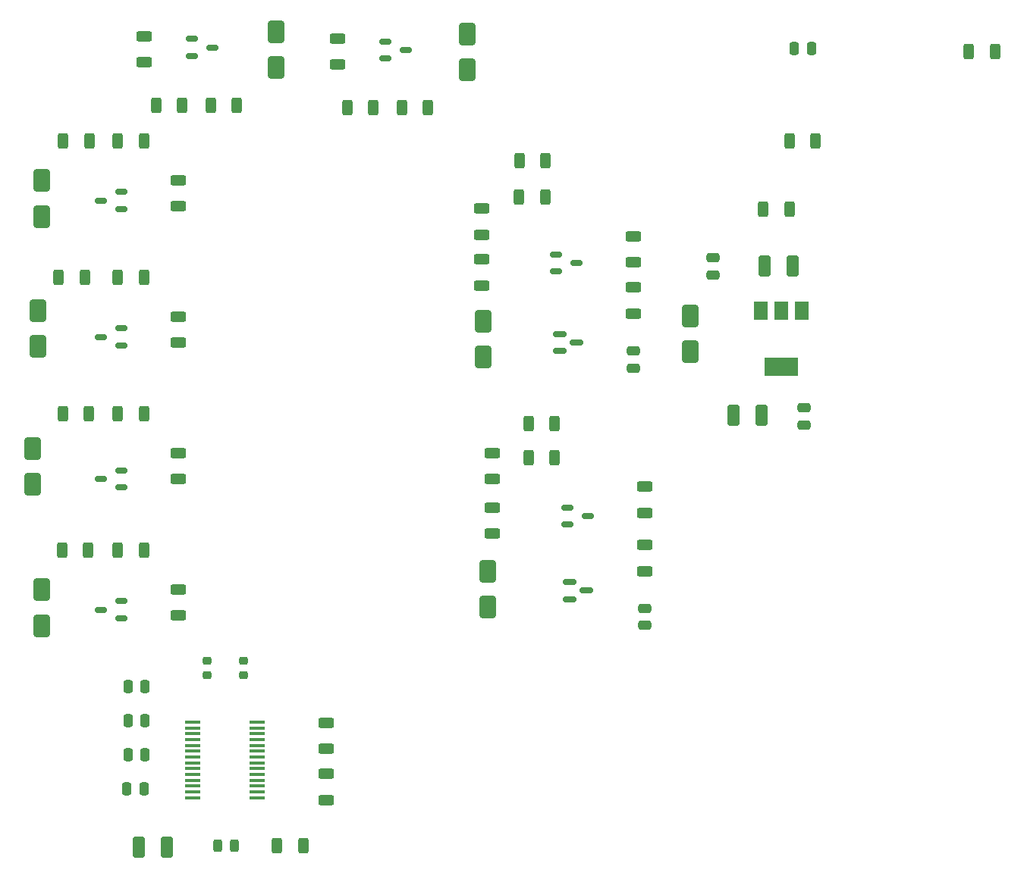
<source format=gtp>
G04 #@! TF.GenerationSoftware,KiCad,Pcbnew,7.0.2*
G04 #@! TF.CreationDate,2023-05-21T20:01:26+03:00*
G04 #@! TF.ProjectId,DewController-V1.0,44657743-6f6e-4747-926f-6c6c65722d56,rev?*
G04 #@! TF.SameCoordinates,Original*
G04 #@! TF.FileFunction,Paste,Top*
G04 #@! TF.FilePolarity,Positive*
%FSLAX46Y46*%
G04 Gerber Fmt 4.6, Leading zero omitted, Abs format (unit mm)*
G04 Created by KiCad (PCBNEW 7.0.2) date 2023-05-21 20:01:26*
%MOMM*%
%LPD*%
G01*
G04 APERTURE LIST*
G04 Aperture macros list*
%AMRoundRect*
0 Rectangle with rounded corners*
0 $1 Rounding radius*
0 $2 $3 $4 $5 $6 $7 $8 $9 X,Y pos of 4 corners*
0 Add a 4 corners polygon primitive as box body*
4,1,4,$2,$3,$4,$5,$6,$7,$8,$9,$2,$3,0*
0 Add four circle primitives for the rounded corners*
1,1,$1+$1,$2,$3*
1,1,$1+$1,$4,$5*
1,1,$1+$1,$6,$7*
1,1,$1+$1,$8,$9*
0 Add four rect primitives between the rounded corners*
20,1,$1+$1,$2,$3,$4,$5,0*
20,1,$1+$1,$4,$5,$6,$7,0*
20,1,$1+$1,$6,$7,$8,$9,0*
20,1,$1+$1,$8,$9,$2,$3,0*%
G04 Aperture macros list end*
%ADD10RoundRect,0.150000X-0.587500X-0.150000X0.587500X-0.150000X0.587500X0.150000X-0.587500X0.150000X0*%
%ADD11RoundRect,0.150000X-0.512500X-0.150000X0.512500X-0.150000X0.512500X0.150000X-0.512500X0.150000X0*%
%ADD12RoundRect,0.150000X0.512500X0.150000X-0.512500X0.150000X-0.512500X-0.150000X0.512500X-0.150000X0*%
%ADD13RoundRect,0.250000X0.625000X-0.312500X0.625000X0.312500X-0.625000X0.312500X-0.625000X-0.312500X0*%
%ADD14RoundRect,0.250000X-0.625000X0.312500X-0.625000X-0.312500X0.625000X-0.312500X0.625000X0.312500X0*%
%ADD15RoundRect,0.250000X-0.250000X-0.475000X0.250000X-0.475000X0.250000X0.475000X-0.250000X0.475000X0*%
%ADD16R,1.750000X0.450000*%
%ADD17RoundRect,0.250000X0.650000X-1.000000X0.650000X1.000000X-0.650000X1.000000X-0.650000X-1.000000X0*%
%ADD18RoundRect,0.250000X0.312500X0.625000X-0.312500X0.625000X-0.312500X-0.625000X0.312500X-0.625000X0*%
%ADD19RoundRect,0.250000X-0.312500X-0.625000X0.312500X-0.625000X0.312500X0.625000X-0.312500X0.625000X0*%
%ADD20RoundRect,0.250000X0.250000X0.475000X-0.250000X0.475000X-0.250000X-0.475000X0.250000X-0.475000X0*%
%ADD21RoundRect,0.250000X-0.412500X-0.925000X0.412500X-0.925000X0.412500X0.925000X-0.412500X0.925000X0*%
%ADD22RoundRect,0.250000X-0.475000X0.250000X-0.475000X-0.250000X0.475000X-0.250000X0.475000X0.250000X0*%
%ADD23RoundRect,0.218750X0.256250X-0.218750X0.256250X0.218750X-0.256250X0.218750X-0.256250X-0.218750X0*%
%ADD24R,1.500000X2.000000*%
%ADD25R,3.800000X2.000000*%
%ADD26RoundRect,0.250000X0.475000X-0.250000X0.475000X0.250000X-0.475000X0.250000X-0.475000X-0.250000X0*%
%ADD27RoundRect,0.243750X0.243750X0.456250X-0.243750X0.456250X-0.243750X-0.456250X0.243750X-0.456250X0*%
%ADD28RoundRect,0.250000X0.412500X0.925000X-0.412500X0.925000X-0.412500X-0.925000X0.412500X-0.925000X0*%
%ADD29RoundRect,0.250000X-0.650000X1.000000X-0.650000X-1.000000X0.650000X-1.000000X0.650000X1.000000X0*%
G04 APERTURE END LIST*
D10*
X89565000Y-64791000D03*
X91440000Y-65741000D03*
X89565000Y-66691000D03*
X90716500Y-92498000D03*
X92591500Y-93448000D03*
X90716500Y-94398000D03*
D11*
X89165000Y-55889000D03*
X91440000Y-56839000D03*
X89165000Y-57789000D03*
X90435000Y-84140000D03*
X92710000Y-85090000D03*
X90435000Y-86040000D03*
D12*
X40640000Y-50800000D03*
X38365000Y-49850000D03*
X40640000Y-48900000D03*
X40640000Y-96520000D03*
X38365000Y-95570000D03*
X40640000Y-94620000D03*
D11*
X48525000Y-31810000D03*
X50800000Y-32760000D03*
X48525000Y-33710000D03*
D12*
X40640000Y-81910000D03*
X38365000Y-80960000D03*
X40640000Y-80010000D03*
D11*
X70115000Y-32070000D03*
X72390000Y-33020000D03*
X70115000Y-33970000D03*
D12*
X40640000Y-66040000D03*
X38365000Y-65090000D03*
X40640000Y-64140000D03*
D13*
X82042000Y-87063000D03*
X82042000Y-84138000D03*
D14*
X99081000Y-88365400D03*
X99081000Y-91290400D03*
D13*
X80899000Y-59373000D03*
X80899000Y-56448000D03*
X64770000Y-31750000D03*
X64770000Y-34675000D03*
D14*
X97790000Y-59566500D03*
X97790000Y-62491500D03*
D15*
X41403000Y-111760000D03*
X43303000Y-111760000D03*
D16*
X55790200Y-116589400D03*
X55790200Y-115939400D03*
X55790200Y-115289400D03*
X55790200Y-114639400D03*
X55790200Y-113989400D03*
X55790200Y-113339400D03*
X55790200Y-112689400D03*
X55790200Y-112039400D03*
X55790200Y-111389400D03*
X55790200Y-110739400D03*
X55790200Y-110089400D03*
X55790200Y-109439400D03*
X55790200Y-108789400D03*
X55790200Y-108139400D03*
X48590200Y-108139400D03*
X48590200Y-108789400D03*
X48590200Y-109439400D03*
X48590200Y-110089400D03*
X48590200Y-110739400D03*
X48590200Y-111389400D03*
X48590200Y-112039400D03*
X48590200Y-112689400D03*
X48590200Y-113339400D03*
X48590200Y-113989400D03*
X48590200Y-114639400D03*
X48590200Y-115289400D03*
X48590200Y-115939400D03*
X48590200Y-116589400D03*
D17*
X31750000Y-97347000D03*
X31750000Y-93347000D03*
D13*
X43180000Y-34421000D03*
X43180000Y-31496000D03*
D18*
X37022500Y-73660000D03*
X34097500Y-73660000D03*
D17*
X81026000Y-67310000D03*
X81026000Y-63310000D03*
D19*
X58035000Y-121920000D03*
X60960000Y-121920000D03*
D18*
X118165000Y-43180000D03*
X115240000Y-43180000D03*
D19*
X40255000Y-73660000D03*
X43180000Y-73660000D03*
D18*
X74882100Y-39480000D03*
X71957100Y-39480000D03*
D20*
X43303000Y-107950000D03*
X41403000Y-107950000D03*
D21*
X42645000Y-122150000D03*
X45720000Y-122150000D03*
D14*
X63500000Y-113915000D03*
X63500000Y-116840000D03*
D17*
X31344000Y-66146000D03*
X31344000Y-62146000D03*
D22*
X99060000Y-95443000D03*
X99060000Y-97343000D03*
D20*
X43303000Y-104140000D03*
X41403000Y-104140000D03*
D19*
X85024500Y-49467000D03*
X87949500Y-49467000D03*
D17*
X81534000Y-95250000D03*
X81534000Y-91250000D03*
D19*
X85086000Y-45403000D03*
X88011000Y-45403000D03*
D20*
X117663000Y-32893000D03*
X115763000Y-32893000D03*
X43180000Y-115570000D03*
X41280000Y-115570000D03*
D23*
X50216000Y-102870000D03*
X50216000Y-101295000D03*
D19*
X112327500Y-50800000D03*
X115252500Y-50800000D03*
D14*
X46990000Y-47595000D03*
X46990000Y-50520000D03*
D24*
X116600000Y-62133000D03*
X114300000Y-62133000D03*
X112000000Y-62133000D03*
D25*
X114300000Y-68433000D03*
D19*
X34159000Y-43180000D03*
X37084000Y-43180000D03*
D14*
X97790000Y-53851500D03*
X97790000Y-56776500D03*
D19*
X40255000Y-88900000D03*
X43180000Y-88900000D03*
D18*
X68786100Y-39480000D03*
X65861100Y-39480000D03*
D26*
X106680000Y-58154000D03*
X106680000Y-56254000D03*
D19*
X86106000Y-74740000D03*
X89031000Y-74740000D03*
D17*
X31750000Y-51627000D03*
X31750000Y-47627000D03*
D27*
X53309500Y-121920000D03*
X51434500Y-121920000D03*
D26*
X116840000Y-74930000D03*
X116840000Y-73030000D03*
D19*
X40255000Y-58420000D03*
X43180000Y-58420000D03*
X40255000Y-43180000D03*
X43180000Y-43180000D03*
X86106000Y-78550000D03*
X89031000Y-78550000D03*
D23*
X54280000Y-102870000D03*
X54280000Y-101295000D03*
D14*
X46990000Y-93315000D03*
X46990000Y-96240000D03*
D13*
X82042000Y-80967000D03*
X82042000Y-78042000D03*
D22*
X97790000Y-66680000D03*
X97790000Y-68580000D03*
D14*
X99081000Y-81822900D03*
X99081000Y-84747900D03*
X46990000Y-78075000D03*
X46990000Y-81000000D03*
D18*
X138165000Y-33240000D03*
X135240000Y-33240000D03*
D19*
X34036000Y-88900000D03*
X36961000Y-88900000D03*
D21*
X112495000Y-57150000D03*
X115570000Y-57150000D03*
D18*
X47450100Y-39226000D03*
X44525100Y-39226000D03*
X53546100Y-39226000D03*
X50621100Y-39226000D03*
D19*
X33651000Y-58420000D03*
X36576000Y-58420000D03*
D17*
X104140000Y-66770000D03*
X104140000Y-62770000D03*
D14*
X63500000Y-108204000D03*
X63500000Y-111129000D03*
D13*
X80899000Y-53662000D03*
X80899000Y-50737000D03*
D28*
X112092500Y-73845000D03*
X109017500Y-73845000D03*
D29*
X57912000Y-31020000D03*
X57912000Y-35020000D03*
D14*
X46990000Y-62835000D03*
X46990000Y-65760000D03*
D29*
X79248000Y-31274000D03*
X79248000Y-35274000D03*
D17*
X30734000Y-81537500D03*
X30734000Y-77537500D03*
M02*

</source>
